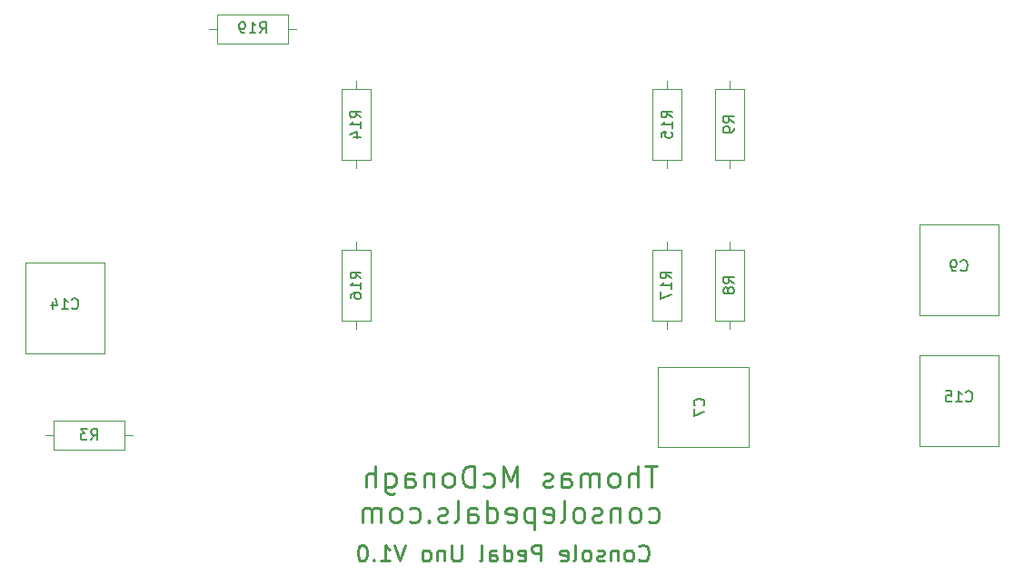
<source format=gbr>
G04 #@! TF.GenerationSoftware,KiCad,Pcbnew,(5.1.7)-1*
G04 #@! TF.CreationDate,2021-09-17T17:51:21-05:00*
G04 #@! TF.ProjectId,ConsolePedalUno,436f6e73-6f6c-4655-9065-64616c556e6f,rev?*
G04 #@! TF.SameCoordinates,Original*
G04 #@! TF.FileFunction,Legend,Bot*
G04 #@! TF.FilePolarity,Positive*
%FSLAX46Y46*%
G04 Gerber Fmt 4.6, Leading zero omitted, Abs format (unit mm)*
G04 Created by KiCad (PCBNEW (5.1.7)-1) date 2021-09-17 17:51:21*
%MOMM*%
%LPD*%
G01*
G04 APERTURE LIST*
%ADD10C,0.250000*%
%ADD11C,0.120000*%
%ADD12C,0.150000*%
G04 APERTURE END LIST*
D10*
X146429285Y-113103761D02*
X145286428Y-113103761D01*
X145857857Y-115103761D02*
X145857857Y-113103761D01*
X144619761Y-115103761D02*
X144619761Y-113103761D01*
X143762619Y-115103761D02*
X143762619Y-114056142D01*
X143857857Y-113865666D01*
X144048333Y-113770428D01*
X144334047Y-113770428D01*
X144524523Y-113865666D01*
X144619761Y-113960904D01*
X142524523Y-115103761D02*
X142715000Y-115008523D01*
X142810238Y-114913285D01*
X142905476Y-114722809D01*
X142905476Y-114151380D01*
X142810238Y-113960904D01*
X142715000Y-113865666D01*
X142524523Y-113770428D01*
X142238809Y-113770428D01*
X142048333Y-113865666D01*
X141953095Y-113960904D01*
X141857857Y-114151380D01*
X141857857Y-114722809D01*
X141953095Y-114913285D01*
X142048333Y-115008523D01*
X142238809Y-115103761D01*
X142524523Y-115103761D01*
X141000714Y-115103761D02*
X141000714Y-113770428D01*
X141000714Y-113960904D02*
X140905476Y-113865666D01*
X140715000Y-113770428D01*
X140429285Y-113770428D01*
X140238809Y-113865666D01*
X140143571Y-114056142D01*
X140143571Y-115103761D01*
X140143571Y-114056142D02*
X140048333Y-113865666D01*
X139857857Y-113770428D01*
X139572142Y-113770428D01*
X139381666Y-113865666D01*
X139286428Y-114056142D01*
X139286428Y-115103761D01*
X137476904Y-115103761D02*
X137476904Y-114056142D01*
X137572142Y-113865666D01*
X137762619Y-113770428D01*
X138143571Y-113770428D01*
X138334047Y-113865666D01*
X137476904Y-115008523D02*
X137667380Y-115103761D01*
X138143571Y-115103761D01*
X138334047Y-115008523D01*
X138429285Y-114818047D01*
X138429285Y-114627571D01*
X138334047Y-114437095D01*
X138143571Y-114341857D01*
X137667380Y-114341857D01*
X137476904Y-114246619D01*
X136619761Y-115008523D02*
X136429285Y-115103761D01*
X136048333Y-115103761D01*
X135857857Y-115008523D01*
X135762619Y-114818047D01*
X135762619Y-114722809D01*
X135857857Y-114532333D01*
X136048333Y-114437095D01*
X136334047Y-114437095D01*
X136524523Y-114341857D01*
X136619761Y-114151380D01*
X136619761Y-114056142D01*
X136524523Y-113865666D01*
X136334047Y-113770428D01*
X136048333Y-113770428D01*
X135857857Y-113865666D01*
X133381666Y-115103761D02*
X133381666Y-113103761D01*
X132715000Y-114532333D01*
X132048333Y-113103761D01*
X132048333Y-115103761D01*
X130238809Y-115008523D02*
X130429285Y-115103761D01*
X130810238Y-115103761D01*
X131000714Y-115008523D01*
X131095952Y-114913285D01*
X131191190Y-114722809D01*
X131191190Y-114151380D01*
X131095952Y-113960904D01*
X131000714Y-113865666D01*
X130810238Y-113770428D01*
X130429285Y-113770428D01*
X130238809Y-113865666D01*
X129381666Y-115103761D02*
X129381666Y-113103761D01*
X128905476Y-113103761D01*
X128619761Y-113199000D01*
X128429285Y-113389476D01*
X128334047Y-113579952D01*
X128238809Y-113960904D01*
X128238809Y-114246619D01*
X128334047Y-114627571D01*
X128429285Y-114818047D01*
X128619761Y-115008523D01*
X128905476Y-115103761D01*
X129381666Y-115103761D01*
X127095952Y-115103761D02*
X127286428Y-115008523D01*
X127381666Y-114913285D01*
X127476904Y-114722809D01*
X127476904Y-114151380D01*
X127381666Y-113960904D01*
X127286428Y-113865666D01*
X127095952Y-113770428D01*
X126810238Y-113770428D01*
X126619761Y-113865666D01*
X126524523Y-113960904D01*
X126429285Y-114151380D01*
X126429285Y-114722809D01*
X126524523Y-114913285D01*
X126619761Y-115008523D01*
X126810238Y-115103761D01*
X127095952Y-115103761D01*
X125572142Y-113770428D02*
X125572142Y-115103761D01*
X125572142Y-113960904D02*
X125476904Y-113865666D01*
X125286428Y-113770428D01*
X125000714Y-113770428D01*
X124810238Y-113865666D01*
X124715000Y-114056142D01*
X124715000Y-115103761D01*
X122905476Y-115103761D02*
X122905476Y-114056142D01*
X123000714Y-113865666D01*
X123191190Y-113770428D01*
X123572142Y-113770428D01*
X123762619Y-113865666D01*
X122905476Y-115008523D02*
X123095952Y-115103761D01*
X123572142Y-115103761D01*
X123762619Y-115008523D01*
X123857857Y-114818047D01*
X123857857Y-114627571D01*
X123762619Y-114437095D01*
X123572142Y-114341857D01*
X123095952Y-114341857D01*
X122905476Y-114246619D01*
X121095952Y-113770428D02*
X121095952Y-115389476D01*
X121191190Y-115579952D01*
X121286428Y-115675190D01*
X121476904Y-115770428D01*
X121762619Y-115770428D01*
X121953095Y-115675190D01*
X121095952Y-115008523D02*
X121286428Y-115103761D01*
X121667380Y-115103761D01*
X121857857Y-115008523D01*
X121953095Y-114913285D01*
X122048333Y-114722809D01*
X122048333Y-114151380D01*
X121953095Y-113960904D01*
X121857857Y-113865666D01*
X121667380Y-113770428D01*
X121286428Y-113770428D01*
X121095952Y-113865666D01*
X120143571Y-115103761D02*
X120143571Y-113103761D01*
X119286428Y-115103761D02*
X119286428Y-114056142D01*
X119381666Y-113865666D01*
X119572142Y-113770428D01*
X119857857Y-113770428D01*
X120048333Y-113865666D01*
X120143571Y-113960904D01*
X145619761Y-118258523D02*
X145810238Y-118353761D01*
X146191190Y-118353761D01*
X146381666Y-118258523D01*
X146476904Y-118163285D01*
X146572142Y-117972809D01*
X146572142Y-117401380D01*
X146476904Y-117210904D01*
X146381666Y-117115666D01*
X146191190Y-117020428D01*
X145810238Y-117020428D01*
X145619761Y-117115666D01*
X144476904Y-118353761D02*
X144667380Y-118258523D01*
X144762619Y-118163285D01*
X144857857Y-117972809D01*
X144857857Y-117401380D01*
X144762619Y-117210904D01*
X144667380Y-117115666D01*
X144476904Y-117020428D01*
X144191190Y-117020428D01*
X144000714Y-117115666D01*
X143905476Y-117210904D01*
X143810238Y-117401380D01*
X143810238Y-117972809D01*
X143905476Y-118163285D01*
X144000714Y-118258523D01*
X144191190Y-118353761D01*
X144476904Y-118353761D01*
X142953095Y-117020428D02*
X142953095Y-118353761D01*
X142953095Y-117210904D02*
X142857857Y-117115666D01*
X142667380Y-117020428D01*
X142381666Y-117020428D01*
X142191190Y-117115666D01*
X142095952Y-117306142D01*
X142095952Y-118353761D01*
X141238809Y-118258523D02*
X141048333Y-118353761D01*
X140667380Y-118353761D01*
X140476904Y-118258523D01*
X140381666Y-118068047D01*
X140381666Y-117972809D01*
X140476904Y-117782333D01*
X140667380Y-117687095D01*
X140953095Y-117687095D01*
X141143571Y-117591857D01*
X141238809Y-117401380D01*
X141238809Y-117306142D01*
X141143571Y-117115666D01*
X140953095Y-117020428D01*
X140667380Y-117020428D01*
X140476904Y-117115666D01*
X139238809Y-118353761D02*
X139429285Y-118258523D01*
X139524523Y-118163285D01*
X139619761Y-117972809D01*
X139619761Y-117401380D01*
X139524523Y-117210904D01*
X139429285Y-117115666D01*
X139238809Y-117020428D01*
X138953095Y-117020428D01*
X138762619Y-117115666D01*
X138667380Y-117210904D01*
X138572142Y-117401380D01*
X138572142Y-117972809D01*
X138667380Y-118163285D01*
X138762619Y-118258523D01*
X138953095Y-118353761D01*
X139238809Y-118353761D01*
X137429285Y-118353761D02*
X137619761Y-118258523D01*
X137715000Y-118068047D01*
X137715000Y-116353761D01*
X135905476Y-118258523D02*
X136095952Y-118353761D01*
X136476904Y-118353761D01*
X136667380Y-118258523D01*
X136762619Y-118068047D01*
X136762619Y-117306142D01*
X136667380Y-117115666D01*
X136476904Y-117020428D01*
X136095952Y-117020428D01*
X135905476Y-117115666D01*
X135810238Y-117306142D01*
X135810238Y-117496619D01*
X136762619Y-117687095D01*
X134953095Y-117020428D02*
X134953095Y-119020428D01*
X134953095Y-117115666D02*
X134762619Y-117020428D01*
X134381666Y-117020428D01*
X134191190Y-117115666D01*
X134095952Y-117210904D01*
X134000714Y-117401380D01*
X134000714Y-117972809D01*
X134095952Y-118163285D01*
X134191190Y-118258523D01*
X134381666Y-118353761D01*
X134762619Y-118353761D01*
X134953095Y-118258523D01*
X132381666Y-118258523D02*
X132572142Y-118353761D01*
X132953095Y-118353761D01*
X133143571Y-118258523D01*
X133238809Y-118068047D01*
X133238809Y-117306142D01*
X133143571Y-117115666D01*
X132953095Y-117020428D01*
X132572142Y-117020428D01*
X132381666Y-117115666D01*
X132286428Y-117306142D01*
X132286428Y-117496619D01*
X133238809Y-117687095D01*
X130572142Y-118353761D02*
X130572142Y-116353761D01*
X130572142Y-118258523D02*
X130762619Y-118353761D01*
X131143571Y-118353761D01*
X131334047Y-118258523D01*
X131429285Y-118163285D01*
X131524523Y-117972809D01*
X131524523Y-117401380D01*
X131429285Y-117210904D01*
X131334047Y-117115666D01*
X131143571Y-117020428D01*
X130762619Y-117020428D01*
X130572142Y-117115666D01*
X128762619Y-118353761D02*
X128762619Y-117306142D01*
X128857857Y-117115666D01*
X129048333Y-117020428D01*
X129429285Y-117020428D01*
X129619761Y-117115666D01*
X128762619Y-118258523D02*
X128953095Y-118353761D01*
X129429285Y-118353761D01*
X129619761Y-118258523D01*
X129715000Y-118068047D01*
X129715000Y-117877571D01*
X129619761Y-117687095D01*
X129429285Y-117591857D01*
X128953095Y-117591857D01*
X128762619Y-117496619D01*
X127524523Y-118353761D02*
X127715000Y-118258523D01*
X127810238Y-118068047D01*
X127810238Y-116353761D01*
X126857857Y-118258523D02*
X126667380Y-118353761D01*
X126286428Y-118353761D01*
X126095952Y-118258523D01*
X126000714Y-118068047D01*
X126000714Y-117972809D01*
X126095952Y-117782333D01*
X126286428Y-117687095D01*
X126572142Y-117687095D01*
X126762619Y-117591857D01*
X126857857Y-117401380D01*
X126857857Y-117306142D01*
X126762619Y-117115666D01*
X126572142Y-117020428D01*
X126286428Y-117020428D01*
X126095952Y-117115666D01*
X125143571Y-118163285D02*
X125048333Y-118258523D01*
X125143571Y-118353761D01*
X125238809Y-118258523D01*
X125143571Y-118163285D01*
X125143571Y-118353761D01*
X123334047Y-118258523D02*
X123524523Y-118353761D01*
X123905476Y-118353761D01*
X124095952Y-118258523D01*
X124191190Y-118163285D01*
X124286428Y-117972809D01*
X124286428Y-117401380D01*
X124191190Y-117210904D01*
X124095952Y-117115666D01*
X123905476Y-117020428D01*
X123524523Y-117020428D01*
X123334047Y-117115666D01*
X122191190Y-118353761D02*
X122381666Y-118258523D01*
X122476904Y-118163285D01*
X122572142Y-117972809D01*
X122572142Y-117401380D01*
X122476904Y-117210904D01*
X122381666Y-117115666D01*
X122191190Y-117020428D01*
X121905476Y-117020428D01*
X121715000Y-117115666D01*
X121619761Y-117210904D01*
X121524523Y-117401380D01*
X121524523Y-117972809D01*
X121619761Y-118163285D01*
X121715000Y-118258523D01*
X121905476Y-118353761D01*
X122191190Y-118353761D01*
X120667380Y-118353761D02*
X120667380Y-117020428D01*
X120667380Y-117210904D02*
X120572142Y-117115666D01*
X120381666Y-117020428D01*
X120095952Y-117020428D01*
X119905476Y-117115666D01*
X119810238Y-117306142D01*
X119810238Y-118353761D01*
X119810238Y-117306142D02*
X119715000Y-117115666D01*
X119524523Y-117020428D01*
X119238809Y-117020428D01*
X119048333Y-117115666D01*
X118953095Y-117306142D01*
X118953095Y-118353761D01*
X144722857Y-121820714D02*
X144794285Y-121892142D01*
X145008571Y-121963571D01*
X145151428Y-121963571D01*
X145365714Y-121892142D01*
X145508571Y-121749285D01*
X145580000Y-121606428D01*
X145651428Y-121320714D01*
X145651428Y-121106428D01*
X145580000Y-120820714D01*
X145508571Y-120677857D01*
X145365714Y-120535000D01*
X145151428Y-120463571D01*
X145008571Y-120463571D01*
X144794285Y-120535000D01*
X144722857Y-120606428D01*
X143865714Y-121963571D02*
X144008571Y-121892142D01*
X144080000Y-121820714D01*
X144151428Y-121677857D01*
X144151428Y-121249285D01*
X144080000Y-121106428D01*
X144008571Y-121035000D01*
X143865714Y-120963571D01*
X143651428Y-120963571D01*
X143508571Y-121035000D01*
X143437142Y-121106428D01*
X143365714Y-121249285D01*
X143365714Y-121677857D01*
X143437142Y-121820714D01*
X143508571Y-121892142D01*
X143651428Y-121963571D01*
X143865714Y-121963571D01*
X142722857Y-120963571D02*
X142722857Y-121963571D01*
X142722857Y-121106428D02*
X142651428Y-121035000D01*
X142508571Y-120963571D01*
X142294285Y-120963571D01*
X142151428Y-121035000D01*
X142080000Y-121177857D01*
X142080000Y-121963571D01*
X141437142Y-121892142D02*
X141294285Y-121963571D01*
X141008571Y-121963571D01*
X140865714Y-121892142D01*
X140794285Y-121749285D01*
X140794285Y-121677857D01*
X140865714Y-121535000D01*
X141008571Y-121463571D01*
X141222857Y-121463571D01*
X141365714Y-121392142D01*
X141437142Y-121249285D01*
X141437142Y-121177857D01*
X141365714Y-121035000D01*
X141222857Y-120963571D01*
X141008571Y-120963571D01*
X140865714Y-121035000D01*
X139937142Y-121963571D02*
X140080000Y-121892142D01*
X140151428Y-121820714D01*
X140222857Y-121677857D01*
X140222857Y-121249285D01*
X140151428Y-121106428D01*
X140080000Y-121035000D01*
X139937142Y-120963571D01*
X139722857Y-120963571D01*
X139580000Y-121035000D01*
X139508571Y-121106428D01*
X139437142Y-121249285D01*
X139437142Y-121677857D01*
X139508571Y-121820714D01*
X139580000Y-121892142D01*
X139722857Y-121963571D01*
X139937142Y-121963571D01*
X138580000Y-121963571D02*
X138722857Y-121892142D01*
X138794285Y-121749285D01*
X138794285Y-120463571D01*
X137437142Y-121892142D02*
X137580000Y-121963571D01*
X137865714Y-121963571D01*
X138008571Y-121892142D01*
X138080000Y-121749285D01*
X138080000Y-121177857D01*
X138008571Y-121035000D01*
X137865714Y-120963571D01*
X137580000Y-120963571D01*
X137437142Y-121035000D01*
X137365714Y-121177857D01*
X137365714Y-121320714D01*
X138080000Y-121463571D01*
X135580000Y-121963571D02*
X135580000Y-120463571D01*
X135008571Y-120463571D01*
X134865714Y-120535000D01*
X134794285Y-120606428D01*
X134722857Y-120749285D01*
X134722857Y-120963571D01*
X134794285Y-121106428D01*
X134865714Y-121177857D01*
X135008571Y-121249285D01*
X135580000Y-121249285D01*
X133508571Y-121892142D02*
X133651428Y-121963571D01*
X133937142Y-121963571D01*
X134079999Y-121892142D01*
X134151428Y-121749285D01*
X134151428Y-121177857D01*
X134079999Y-121035000D01*
X133937142Y-120963571D01*
X133651428Y-120963571D01*
X133508571Y-121035000D01*
X133437142Y-121177857D01*
X133437142Y-121320714D01*
X134151428Y-121463571D01*
X132151428Y-121963571D02*
X132151428Y-120463571D01*
X132151428Y-121892142D02*
X132294285Y-121963571D01*
X132579999Y-121963571D01*
X132722857Y-121892142D01*
X132794285Y-121820714D01*
X132865714Y-121677857D01*
X132865714Y-121249285D01*
X132794285Y-121106428D01*
X132722857Y-121035000D01*
X132579999Y-120963571D01*
X132294285Y-120963571D01*
X132151428Y-121035000D01*
X130794285Y-121963571D02*
X130794285Y-121177857D01*
X130865714Y-121035000D01*
X131008571Y-120963571D01*
X131294285Y-120963571D01*
X131437142Y-121035000D01*
X130794285Y-121892142D02*
X130937142Y-121963571D01*
X131294285Y-121963571D01*
X131437142Y-121892142D01*
X131508571Y-121749285D01*
X131508571Y-121606428D01*
X131437142Y-121463571D01*
X131294285Y-121392142D01*
X130937142Y-121392142D01*
X130794285Y-121320714D01*
X129865714Y-121963571D02*
X130008571Y-121892142D01*
X130080000Y-121749285D01*
X130080000Y-120463571D01*
X128151428Y-120463571D02*
X128151428Y-121677857D01*
X128080000Y-121820714D01*
X128008571Y-121892142D01*
X127865714Y-121963571D01*
X127580000Y-121963571D01*
X127437142Y-121892142D01*
X127365714Y-121820714D01*
X127294285Y-121677857D01*
X127294285Y-120463571D01*
X126580000Y-120963571D02*
X126580000Y-121963571D01*
X126580000Y-121106428D02*
X126508571Y-121035000D01*
X126365714Y-120963571D01*
X126151428Y-120963571D01*
X126008571Y-121035000D01*
X125937142Y-121177857D01*
X125937142Y-121963571D01*
X125008571Y-121963571D02*
X125151428Y-121892142D01*
X125222857Y-121820714D01*
X125294285Y-121677857D01*
X125294285Y-121249285D01*
X125222857Y-121106428D01*
X125151428Y-121035000D01*
X125008571Y-120963571D01*
X124794285Y-120963571D01*
X124651428Y-121035000D01*
X124580000Y-121106428D01*
X124508571Y-121249285D01*
X124508571Y-121677857D01*
X124580000Y-121820714D01*
X124651428Y-121892142D01*
X124794285Y-121963571D01*
X125008571Y-121963571D01*
X122937142Y-120463571D02*
X122437142Y-121963571D01*
X121937142Y-120463571D01*
X120651428Y-121963571D02*
X121508571Y-121963571D01*
X121080000Y-121963571D02*
X121080000Y-120463571D01*
X121222857Y-120677857D01*
X121365714Y-120820714D01*
X121508571Y-120892142D01*
X120008571Y-121820714D02*
X119937142Y-121892142D01*
X120008571Y-121963571D01*
X120080000Y-121892142D01*
X120008571Y-121820714D01*
X120008571Y-121963571D01*
X119008571Y-120463571D02*
X118865714Y-120463571D01*
X118722857Y-120535000D01*
X118651428Y-120606428D01*
X118580000Y-120749285D01*
X118508571Y-121035000D01*
X118508571Y-121392142D01*
X118580000Y-121677857D01*
X118651428Y-121820714D01*
X118722857Y-121892142D01*
X118865714Y-121963571D01*
X119008571Y-121963571D01*
X119151428Y-121892142D01*
X119222857Y-121820714D01*
X119294285Y-121677857D01*
X119365714Y-121392142D01*
X119365714Y-121035000D01*
X119294285Y-120749285D01*
X119222857Y-120606428D01*
X119151428Y-120535000D01*
X119008571Y-120463571D01*
D11*
G04 #@! TO.C,C7*
X146458000Y-111376000D02*
X154948000Y-111376000D01*
X146458000Y-103936000D02*
X154948000Y-103936000D01*
X154948000Y-103936000D02*
X154948000Y-111376000D01*
X146458000Y-103936000D02*
X146458000Y-111376000D01*
G04 #@! TO.C,C9*
X170818000Y-90578000D02*
X170818000Y-99068000D01*
X178258000Y-90578000D02*
X178258000Y-99068000D01*
X178258000Y-99068000D02*
X170818000Y-99068000D01*
X178258000Y-90578000D02*
X170818000Y-90578000D01*
G04 #@! TO.C,C14*
X94946000Y-94134000D02*
X87506000Y-94134000D01*
X94946000Y-102624000D02*
X87506000Y-102624000D01*
X94946000Y-94134000D02*
X94946000Y-102624000D01*
X87506000Y-94134000D02*
X87506000Y-102624000D01*
G04 #@! TO.C,C15*
X170818000Y-102770000D02*
X170818000Y-111260000D01*
X178258000Y-102770000D02*
X178258000Y-111260000D01*
X178258000Y-111260000D02*
X170818000Y-111260000D01*
X178258000Y-102770000D02*
X170818000Y-102770000D01*
G04 #@! TO.C,R3*
X96742000Y-108866000D02*
X96742000Y-111606000D01*
X96742000Y-111606000D02*
X90202000Y-111606000D01*
X90202000Y-111606000D02*
X90202000Y-108866000D01*
X90202000Y-108866000D02*
X96742000Y-108866000D01*
X97512000Y-110236000D02*
X96742000Y-110236000D01*
X89432000Y-110236000D02*
X90202000Y-110236000D01*
G04 #@! TO.C,R8*
X154532000Y-99536000D02*
X151792000Y-99536000D01*
X151792000Y-99536000D02*
X151792000Y-92996000D01*
X151792000Y-92996000D02*
X154532000Y-92996000D01*
X154532000Y-92996000D02*
X154532000Y-99536000D01*
X153162000Y-100306000D02*
X153162000Y-99536000D01*
X153162000Y-92226000D02*
X153162000Y-92996000D01*
G04 #@! TO.C,R9*
X153162000Y-77240000D02*
X153162000Y-78010000D01*
X153162000Y-85320000D02*
X153162000Y-84550000D01*
X154532000Y-78010000D02*
X154532000Y-84550000D01*
X151792000Y-78010000D02*
X154532000Y-78010000D01*
X151792000Y-84550000D02*
X151792000Y-78010000D01*
X154532000Y-84550000D02*
X151792000Y-84550000D01*
G04 #@! TO.C,R14*
X116994000Y-78010000D02*
X119734000Y-78010000D01*
X119734000Y-78010000D02*
X119734000Y-84550000D01*
X119734000Y-84550000D02*
X116994000Y-84550000D01*
X116994000Y-84550000D02*
X116994000Y-78010000D01*
X118364000Y-77240000D02*
X118364000Y-78010000D01*
X118364000Y-85320000D02*
X118364000Y-84550000D01*
G04 #@! TO.C,R15*
X145950000Y-78010000D02*
X148690000Y-78010000D01*
X148690000Y-78010000D02*
X148690000Y-84550000D01*
X148690000Y-84550000D02*
X145950000Y-84550000D01*
X145950000Y-84550000D02*
X145950000Y-78010000D01*
X147320000Y-77240000D02*
X147320000Y-78010000D01*
X147320000Y-85320000D02*
X147320000Y-84550000D01*
G04 #@! TO.C,R16*
X118364000Y-100306000D02*
X118364000Y-99536000D01*
X118364000Y-92226000D02*
X118364000Y-92996000D01*
X116994000Y-99536000D02*
X116994000Y-92996000D01*
X119734000Y-99536000D02*
X116994000Y-99536000D01*
X119734000Y-92996000D02*
X119734000Y-99536000D01*
X116994000Y-92996000D02*
X119734000Y-92996000D01*
G04 #@! TO.C,R17*
X145950000Y-92996000D02*
X148690000Y-92996000D01*
X148690000Y-92996000D02*
X148690000Y-99536000D01*
X148690000Y-99536000D02*
X145950000Y-99536000D01*
X145950000Y-99536000D02*
X145950000Y-92996000D01*
X147320000Y-92226000D02*
X147320000Y-92996000D01*
X147320000Y-100306000D02*
X147320000Y-99536000D01*
G04 #@! TO.C,R19*
X111982000Y-71020000D02*
X111982000Y-73760000D01*
X111982000Y-73760000D02*
X105442000Y-73760000D01*
X105442000Y-73760000D02*
X105442000Y-71020000D01*
X105442000Y-71020000D02*
X111982000Y-71020000D01*
X112752000Y-72390000D02*
X111982000Y-72390000D01*
X104672000Y-72390000D02*
X105442000Y-72390000D01*
G04 #@! TO.C,C7*
D12*
X150725142Y-107489333D02*
X150772761Y-107441714D01*
X150820380Y-107298857D01*
X150820380Y-107203619D01*
X150772761Y-107060761D01*
X150677523Y-106965523D01*
X150582285Y-106917904D01*
X150391809Y-106870285D01*
X150248952Y-106870285D01*
X150058476Y-106917904D01*
X149963238Y-106965523D01*
X149868000Y-107060761D01*
X149820380Y-107203619D01*
X149820380Y-107298857D01*
X149868000Y-107441714D01*
X149915619Y-107489333D01*
X149820380Y-107822666D02*
X149820380Y-108489333D01*
X150820380Y-108060761D01*
G04 #@! TO.C,C9*
X174704666Y-94845142D02*
X174752285Y-94892761D01*
X174895142Y-94940380D01*
X174990380Y-94940380D01*
X175133238Y-94892761D01*
X175228476Y-94797523D01*
X175276095Y-94702285D01*
X175323714Y-94511809D01*
X175323714Y-94368952D01*
X175276095Y-94178476D01*
X175228476Y-94083238D01*
X175133238Y-93988000D01*
X174990380Y-93940380D01*
X174895142Y-93940380D01*
X174752285Y-93988000D01*
X174704666Y-94035619D01*
X174228476Y-94940380D02*
X174038000Y-94940380D01*
X173942761Y-94892761D01*
X173895142Y-94845142D01*
X173799904Y-94702285D01*
X173752285Y-94511809D01*
X173752285Y-94130857D01*
X173799904Y-94035619D01*
X173847523Y-93988000D01*
X173942761Y-93940380D01*
X174133238Y-93940380D01*
X174228476Y-93988000D01*
X174276095Y-94035619D01*
X174323714Y-94130857D01*
X174323714Y-94368952D01*
X174276095Y-94464190D01*
X174228476Y-94511809D01*
X174133238Y-94559428D01*
X173942761Y-94559428D01*
X173847523Y-94511809D01*
X173799904Y-94464190D01*
X173752285Y-94368952D01*
G04 #@! TO.C,C14*
X91868857Y-98401142D02*
X91916476Y-98448761D01*
X92059333Y-98496380D01*
X92154571Y-98496380D01*
X92297428Y-98448761D01*
X92392666Y-98353523D01*
X92440285Y-98258285D01*
X92487904Y-98067809D01*
X92487904Y-97924952D01*
X92440285Y-97734476D01*
X92392666Y-97639238D01*
X92297428Y-97544000D01*
X92154571Y-97496380D01*
X92059333Y-97496380D01*
X91916476Y-97544000D01*
X91868857Y-97591619D01*
X90916476Y-98496380D02*
X91487904Y-98496380D01*
X91202190Y-98496380D02*
X91202190Y-97496380D01*
X91297428Y-97639238D01*
X91392666Y-97734476D01*
X91487904Y-97782095D01*
X90059333Y-97829714D02*
X90059333Y-98496380D01*
X90297428Y-97448761D02*
X90535523Y-98163047D01*
X89916476Y-98163047D01*
G04 #@! TO.C,C15*
X175180857Y-107037142D02*
X175228476Y-107084761D01*
X175371333Y-107132380D01*
X175466571Y-107132380D01*
X175609428Y-107084761D01*
X175704666Y-106989523D01*
X175752285Y-106894285D01*
X175799904Y-106703809D01*
X175799904Y-106560952D01*
X175752285Y-106370476D01*
X175704666Y-106275238D01*
X175609428Y-106180000D01*
X175466571Y-106132380D01*
X175371333Y-106132380D01*
X175228476Y-106180000D01*
X175180857Y-106227619D01*
X174228476Y-107132380D02*
X174799904Y-107132380D01*
X174514190Y-107132380D02*
X174514190Y-106132380D01*
X174609428Y-106275238D01*
X174704666Y-106370476D01*
X174799904Y-106418095D01*
X173323714Y-106132380D02*
X173799904Y-106132380D01*
X173847523Y-106608571D01*
X173799904Y-106560952D01*
X173704666Y-106513333D01*
X173466571Y-106513333D01*
X173371333Y-106560952D01*
X173323714Y-106608571D01*
X173276095Y-106703809D01*
X173276095Y-106941904D01*
X173323714Y-107037142D01*
X173371333Y-107084761D01*
X173466571Y-107132380D01*
X173704666Y-107132380D01*
X173799904Y-107084761D01*
X173847523Y-107037142D01*
G04 #@! TO.C,R3*
X93638666Y-110687379D02*
X93972000Y-110211189D01*
X94210095Y-110687379D02*
X94210095Y-109687379D01*
X93829142Y-109687379D01*
X93733904Y-109734999D01*
X93686285Y-109782618D01*
X93638666Y-109877856D01*
X93638666Y-110020713D01*
X93686285Y-110115951D01*
X93733904Y-110163570D01*
X93829142Y-110211189D01*
X94210095Y-110211189D01*
X93305333Y-109687379D02*
X92686285Y-109687379D01*
X93019619Y-110068332D01*
X92876761Y-110068332D01*
X92781523Y-110115951D01*
X92733904Y-110163570D01*
X92686285Y-110258808D01*
X92686285Y-110496903D01*
X92733904Y-110592141D01*
X92781523Y-110639760D01*
X92876761Y-110687379D01*
X93162476Y-110687379D01*
X93257714Y-110639760D01*
X93305333Y-110592141D01*
G04 #@! TO.C,R8*
X153573381Y-96099333D02*
X153097191Y-95766000D01*
X153573381Y-95527904D02*
X152573381Y-95527904D01*
X152573381Y-95908857D01*
X152621001Y-96004095D01*
X152668620Y-96051714D01*
X152763858Y-96099333D01*
X152906715Y-96099333D01*
X153001953Y-96051714D01*
X153049572Y-96004095D01*
X153097191Y-95908857D01*
X153097191Y-95527904D01*
X153001953Y-96670761D02*
X152954334Y-96575523D01*
X152906715Y-96527904D01*
X152811477Y-96480285D01*
X152763858Y-96480285D01*
X152668620Y-96527904D01*
X152621001Y-96575523D01*
X152573381Y-96670761D01*
X152573381Y-96861238D01*
X152621001Y-96956476D01*
X152668620Y-97004095D01*
X152763858Y-97051714D01*
X152811477Y-97051714D01*
X152906715Y-97004095D01*
X152954334Y-96956476D01*
X153001953Y-96861238D01*
X153001953Y-96670761D01*
X153049572Y-96575523D01*
X153097191Y-96527904D01*
X153192429Y-96480285D01*
X153382905Y-96480285D01*
X153478143Y-96527904D01*
X153525762Y-96575523D01*
X153573381Y-96670761D01*
X153573381Y-96861238D01*
X153525762Y-96956476D01*
X153478143Y-97004095D01*
X153382905Y-97051714D01*
X153192429Y-97051714D01*
X153097191Y-97004095D01*
X153049572Y-96956476D01*
X153001953Y-96861238D01*
G04 #@! TO.C,R9*
X153559381Y-81113333D02*
X153083191Y-80780000D01*
X153559381Y-80541904D02*
X152559381Y-80541904D01*
X152559381Y-80922857D01*
X152607001Y-81018095D01*
X152654620Y-81065714D01*
X152749858Y-81113333D01*
X152892715Y-81113333D01*
X152987953Y-81065714D01*
X153035572Y-81018095D01*
X153083191Y-80922857D01*
X153083191Y-80541904D01*
X153559381Y-81589523D02*
X153559381Y-81780000D01*
X153511762Y-81875238D01*
X153464143Y-81922857D01*
X153321286Y-82018095D01*
X153130810Y-82065714D01*
X152749858Y-82065714D01*
X152654620Y-82018095D01*
X152607001Y-81970476D01*
X152559381Y-81875238D01*
X152559381Y-81684761D01*
X152607001Y-81589523D01*
X152654620Y-81541904D01*
X152749858Y-81494285D01*
X152987953Y-81494285D01*
X153083191Y-81541904D01*
X153130810Y-81589523D01*
X153178429Y-81684761D01*
X153178429Y-81875238D01*
X153130810Y-81970476D01*
X153083191Y-82018095D01*
X152987953Y-82065714D01*
G04 #@! TO.C,R14*
X118799379Y-80637142D02*
X118323189Y-80303809D01*
X118799379Y-80065714D02*
X117799379Y-80065714D01*
X117799379Y-80446666D01*
X117846999Y-80541904D01*
X117894618Y-80589523D01*
X117989856Y-80637142D01*
X118132713Y-80637142D01*
X118227951Y-80589523D01*
X118275570Y-80541904D01*
X118323189Y-80446666D01*
X118323189Y-80065714D01*
X118799379Y-81589523D02*
X118799379Y-81018095D01*
X118799379Y-81303809D02*
X117799379Y-81303809D01*
X117942237Y-81208571D01*
X118037475Y-81113333D01*
X118085094Y-81018095D01*
X118132713Y-82446666D02*
X118799379Y-82446666D01*
X117751760Y-82208571D02*
X118466046Y-81970476D01*
X118466046Y-82589523D01*
G04 #@! TO.C,R15*
X147799379Y-80637142D02*
X147323189Y-80303809D01*
X147799379Y-80065714D02*
X146799379Y-80065714D01*
X146799379Y-80446666D01*
X146846999Y-80541904D01*
X146894618Y-80589523D01*
X146989856Y-80637142D01*
X147132713Y-80637142D01*
X147227951Y-80589523D01*
X147275570Y-80541904D01*
X147323189Y-80446666D01*
X147323189Y-80065714D01*
X147799379Y-81589523D02*
X147799379Y-81018095D01*
X147799379Y-81303809D02*
X146799379Y-81303809D01*
X146942237Y-81208571D01*
X147037475Y-81113333D01*
X147085094Y-81018095D01*
X146799379Y-82494285D02*
X146799379Y-82018095D01*
X147275570Y-81970476D01*
X147227951Y-82018095D01*
X147180332Y-82113333D01*
X147180332Y-82351428D01*
X147227951Y-82446666D01*
X147275570Y-82494285D01*
X147370808Y-82541904D01*
X147608903Y-82541904D01*
X147704141Y-82494285D01*
X147751760Y-82446666D01*
X147799379Y-82351428D01*
X147799379Y-82113333D01*
X147751760Y-82018095D01*
X147704141Y-81970476D01*
G04 #@! TO.C,R16*
X118816380Y-95623142D02*
X118340190Y-95289809D01*
X118816380Y-95051714D02*
X117816380Y-95051714D01*
X117816380Y-95432666D01*
X117864000Y-95527904D01*
X117911619Y-95575523D01*
X118006857Y-95623142D01*
X118149714Y-95623142D01*
X118244952Y-95575523D01*
X118292571Y-95527904D01*
X118340190Y-95432666D01*
X118340190Y-95051714D01*
X118816380Y-96575523D02*
X118816380Y-96004095D01*
X118816380Y-96289809D02*
X117816380Y-96289809D01*
X117959238Y-96194571D01*
X118054476Y-96099333D01*
X118102095Y-96004095D01*
X117816380Y-97432666D02*
X117816380Y-97242190D01*
X117864000Y-97146952D01*
X117911619Y-97099333D01*
X118054476Y-97004095D01*
X118244952Y-96956476D01*
X118625904Y-96956476D01*
X118721142Y-97004095D01*
X118768761Y-97051714D01*
X118816380Y-97146952D01*
X118816380Y-97337428D01*
X118768761Y-97432666D01*
X118721142Y-97480285D01*
X118625904Y-97527904D01*
X118387809Y-97527904D01*
X118292571Y-97480285D01*
X118244952Y-97432666D01*
X118197333Y-97337428D01*
X118197333Y-97146952D01*
X118244952Y-97051714D01*
X118292571Y-97004095D01*
X118387809Y-96956476D01*
G04 #@! TO.C,R17*
X147719379Y-95623142D02*
X147243189Y-95289809D01*
X147719379Y-95051714D02*
X146719379Y-95051714D01*
X146719379Y-95432666D01*
X146766999Y-95527904D01*
X146814618Y-95575523D01*
X146909856Y-95623142D01*
X147052713Y-95623142D01*
X147147951Y-95575523D01*
X147195570Y-95527904D01*
X147243189Y-95432666D01*
X147243189Y-95051714D01*
X147719379Y-96575523D02*
X147719379Y-96004095D01*
X147719379Y-96289809D02*
X146719379Y-96289809D01*
X146862237Y-96194571D01*
X146957475Y-96099333D01*
X147005094Y-96004095D01*
X146719379Y-96908857D02*
X146719379Y-97575523D01*
X147719379Y-97146952D01*
G04 #@! TO.C,R19*
X109369858Y-72757379D02*
X109703191Y-72281189D01*
X109941286Y-72757379D02*
X109941286Y-71757379D01*
X109560334Y-71757379D01*
X109465096Y-71804999D01*
X109417477Y-71852618D01*
X109369858Y-71947856D01*
X109369858Y-72090713D01*
X109417477Y-72185951D01*
X109465096Y-72233570D01*
X109560334Y-72281189D01*
X109941286Y-72281189D01*
X108417477Y-72757379D02*
X108988905Y-72757379D01*
X108703191Y-72757379D02*
X108703191Y-71757379D01*
X108798429Y-71900237D01*
X108893667Y-71995475D01*
X108988905Y-72043094D01*
X107941286Y-72757379D02*
X107750810Y-72757379D01*
X107655572Y-72709760D01*
X107607953Y-72662141D01*
X107512715Y-72519284D01*
X107465096Y-72328808D01*
X107465096Y-71947856D01*
X107512715Y-71852618D01*
X107560334Y-71804999D01*
X107655572Y-71757379D01*
X107846048Y-71757379D01*
X107941286Y-71804999D01*
X107988905Y-71852618D01*
X108036524Y-71947856D01*
X108036524Y-72185951D01*
X107988905Y-72281189D01*
X107941286Y-72328808D01*
X107846048Y-72376427D01*
X107655572Y-72376427D01*
X107560334Y-72328808D01*
X107512715Y-72281189D01*
X107465096Y-72185951D01*
G04 #@! TD*
M02*

</source>
